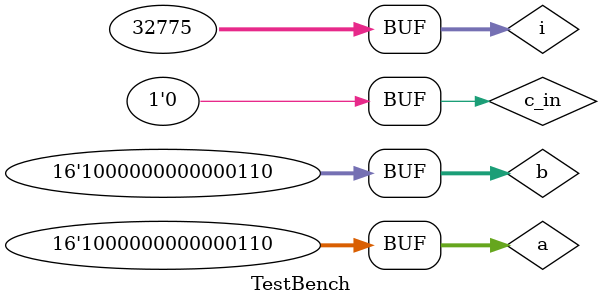
<source format=v>
module TestBench;  
    // 1. Declare testbench variables     
   reg [15:0] a;  
   reg [15:0] b;  
   reg c_in;  
   wire [15:0] sum;  
   wire c_out; 
  
    // 2. Instantiate the design and connect to testbench variables  
   CLA_16  adder(.A_in(a), .B_in(b), .C_in(c_in), .S_out(sum), .C_out(c_out));
  
    // 3. Provide stimulus to test the design  
   integer i; 
   initial begin  
      a = 0;  
      b = 0;  
      c_in = 0;  
  
      $monitor ("a=%d b=%d c_in=%d sum=%d c_out=%d", a, b, c_in, sum, c_out);  
  
        // Use a for loop to apply random values to the input  
      for (i = 32760; i < 32775; i = i+1) begin  
        #1 a = i;  
        b = i;  
      end  
   end  
endmodule  

</source>
